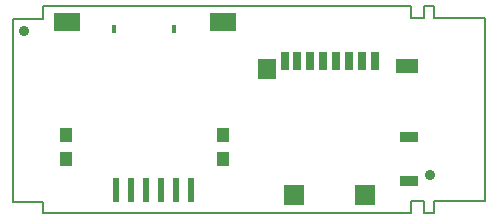
<source format=gbr>
%FSLAX25Y25*%
%MOIN*%
G04 EasyPC Gerber Version 18.0.8 Build 3632 *
%ADD142R,0.01726X0.02750*%
%ADD139R,0.02159X0.08065*%
%ADD137R,0.02553X0.05899*%
%ADD134R,0.02946X0.05899*%
%ADD140R,0.04324X0.04718*%
%ADD135R,0.06175X0.06687*%
%ADD10C,0.00500*%
%ADD92C,0.03537*%
%ADD133R,0.06293X0.03537*%
%ADD136R,0.07671X0.04915*%
%ADD141R,0.09049X0.06293*%
%ADD138R,0.07080X0.06883*%
X0Y0D02*
D02*
D10*
X167322Y14305D02*
X164173D01*
Y18259*
X159803*
Y14305*
X37126*
Y17866*
X27003*
Y79126*
X37047*
Y83399*
X159763*
Y79401*
X164094*
Y83399*
X167322*
Y79165*
X184423*
Y18417*
X167322*
Y14305*
D02*
D92*
X30683Y74874D03*
X165984Y26960D03*
D02*
D133*
X159140Y24996D03*
Y39540D03*
D02*
D134*
X121856Y64815D03*
X126187D03*
X130518D03*
X134848D03*
X139179D03*
X143510D03*
X147841D03*
D02*
D135*
X111935Y62404D03*
D02*
D136*
X158510Y63319D03*
D02*
D137*
X117722Y64815D03*
D02*
D138*
X120872Y20150D03*
X144376D03*
D02*
D139*
X61506Y22020D03*
X66506D03*
X71506D03*
X76506D03*
X81506D03*
X86506D03*
D02*
D140*
X44774Y32375D03*
Y40249D03*
X96978Y32375D03*
X97057Y40249D03*
D02*
D141*
X44970Y77926D03*
X97057Y77965D03*
D02*
D142*
X60939Y75603D03*
X80939D03*
X0Y0D02*
M02*

</source>
